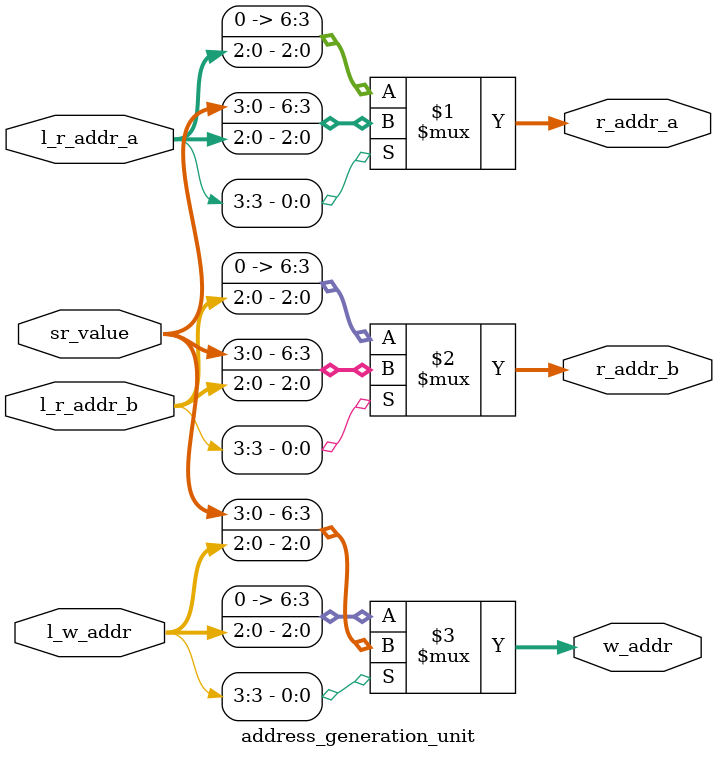
<source format=v>
`timescale 1ns/10ps
module address_generation_unit (
	r_addr_a,
	r_addr_b,
	w_addr,
	sr_value, 		//data stored in SR 	Connection: address_generation_unit <--- sr
	l_r_addr_a,
	l_r_addr_b,
	l_w_addr
	
);
	parameter ADDR=7;

	input [3:0] l_r_addr_a;
	input [3:0] l_r_addr_b;
	input [3:0] l_w_addr;
	input [3:0] sr_value;
	
	output [ADDR-1:0] r_addr_a;
	output [ADDR-1:0] r_addr_b;
	output [ADDR-1:0] w_addr;
	

	assign r_addr_a = (l_r_addr_a[3]) ? {sr_value,l_r_addr_a[2:0]} : {4'h0,l_r_addr_a[2:0]} ;
	assign r_addr_b = (l_r_addr_b[3]) ? {sr_value,l_r_addr_b[2:0]} : {4'h0,l_r_addr_b[2:0]} ;
	assign w_addr   = (l_w_addr[3]) ? {sr_value,l_w_addr[2:0]} : {4'h0,l_w_addr[2:0]} ;
	

endmodule

</source>
